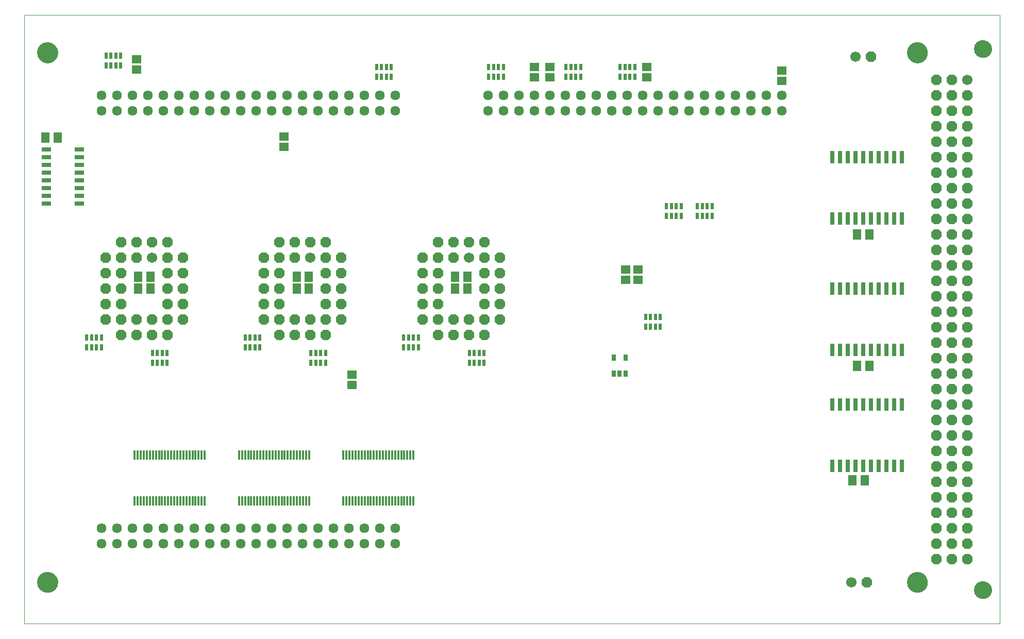
<source format=gbs>
G75*
%MOIN*%
%OFA0B0*%
%FSLAX25Y25*%
%IPPOS*%
%LPD*%
%AMOC8*
5,1,8,0,0,1.08239X$1,22.5*
%
%ADD10C,0.06700*%
%ADD11OC8,0.06700*%
%ADD12R,0.05518X0.06699*%
%ADD13R,0.05912X0.02762*%
%ADD14R,0.02362X0.03937*%
%ADD15R,0.03117X0.04298*%
%ADD16R,0.03000X0.08400*%
%ADD17R,0.01502X0.06030*%
%ADD18C,0.06337*%
%ADD19C,0.00000*%
%ADD20C,0.11400*%
%ADD21C,0.13400*%
%ADD22R,0.06306X0.05518*%
D10*
X0130833Y0311100D03*
X0233333Y0311100D03*
X0335833Y0311100D03*
X0585833Y0441100D03*
X0658333Y0426100D03*
X0583333Y0101100D03*
D11*
X0593333Y0101100D03*
X0638333Y0116100D03*
X0638333Y0126100D03*
X0638333Y0136100D03*
X0638333Y0146100D03*
X0638333Y0156100D03*
X0638333Y0166100D03*
X0638333Y0176100D03*
X0638333Y0186100D03*
X0638333Y0196100D03*
X0638333Y0206100D03*
X0638333Y0216100D03*
X0638333Y0226100D03*
X0638333Y0236100D03*
X0638333Y0246100D03*
X0638333Y0256100D03*
X0638333Y0266100D03*
X0638333Y0276100D03*
X0638333Y0286100D03*
X0638333Y0296100D03*
X0638333Y0306100D03*
X0638333Y0316100D03*
X0638333Y0326100D03*
X0638333Y0336100D03*
X0638333Y0346100D03*
X0638333Y0356100D03*
X0638333Y0366100D03*
X0638333Y0376100D03*
X0638333Y0386100D03*
X0638333Y0396100D03*
X0638333Y0406100D03*
X0638333Y0416100D03*
X0638333Y0426100D03*
X0648333Y0426100D03*
X0648333Y0416100D03*
X0658333Y0416100D03*
X0658333Y0406100D03*
X0648333Y0406100D03*
X0648333Y0396100D03*
X0658333Y0396100D03*
X0658333Y0386100D03*
X0648333Y0386100D03*
X0648333Y0376100D03*
X0658333Y0376100D03*
X0658333Y0366100D03*
X0648333Y0366100D03*
X0648333Y0356100D03*
X0658333Y0356100D03*
X0658333Y0346100D03*
X0648333Y0346100D03*
X0648333Y0336100D03*
X0648333Y0326100D03*
X0658333Y0326100D03*
X0658333Y0336100D03*
X0658333Y0316100D03*
X0648333Y0316100D03*
X0648333Y0306100D03*
X0658333Y0306100D03*
X0658333Y0296100D03*
X0648333Y0296100D03*
X0648333Y0286100D03*
X0658333Y0286100D03*
X0658333Y0276100D03*
X0648333Y0276100D03*
X0648333Y0266100D03*
X0658333Y0266100D03*
X0658333Y0256100D03*
X0648333Y0256100D03*
X0648333Y0246100D03*
X0658333Y0246100D03*
X0658333Y0236100D03*
X0648333Y0236100D03*
X0648333Y0226100D03*
X0658333Y0226100D03*
X0658333Y0216100D03*
X0648333Y0216100D03*
X0648333Y0206100D03*
X0658333Y0206100D03*
X0658333Y0196100D03*
X0648333Y0196100D03*
X0648333Y0186100D03*
X0658333Y0186100D03*
X0658333Y0176100D03*
X0648333Y0176100D03*
X0648333Y0166100D03*
X0658333Y0166100D03*
X0658333Y0156100D03*
X0648333Y0156100D03*
X0648333Y0146100D03*
X0648333Y0136100D03*
X0658333Y0136100D03*
X0658333Y0146100D03*
X0658333Y0126100D03*
X0648333Y0126100D03*
X0648333Y0116100D03*
X0658333Y0116100D03*
X0355833Y0271100D03*
X0355833Y0281100D03*
X0345833Y0281100D03*
X0345833Y0271100D03*
X0335833Y0271100D03*
X0325833Y0271100D03*
X0315833Y0271100D03*
X0305833Y0271100D03*
X0305833Y0281100D03*
X0315833Y0281100D03*
X0315833Y0291100D03*
X0305833Y0291100D03*
X0305833Y0301100D03*
X0315833Y0301100D03*
X0315833Y0311100D03*
X0305833Y0311100D03*
X0315833Y0321100D03*
X0325833Y0321100D03*
X0325833Y0311100D03*
X0335833Y0321100D03*
X0345833Y0321100D03*
X0345833Y0311100D03*
X0345833Y0301100D03*
X0345833Y0291100D03*
X0355833Y0291100D03*
X0355833Y0301100D03*
X0355833Y0311100D03*
X0345833Y0261100D03*
X0335833Y0261100D03*
X0325833Y0261100D03*
X0315833Y0261100D03*
X0253333Y0271100D03*
X0243333Y0271100D03*
X0243333Y0281100D03*
X0253333Y0281100D03*
X0253333Y0291100D03*
X0243333Y0291100D03*
X0243333Y0301100D03*
X0253333Y0301100D03*
X0253333Y0311100D03*
X0243333Y0311100D03*
X0243333Y0321100D03*
X0233333Y0321100D03*
X0223333Y0321100D03*
X0213333Y0321100D03*
X0213333Y0311100D03*
X0223333Y0311100D03*
X0213333Y0301100D03*
X0203333Y0301100D03*
X0203333Y0291100D03*
X0203333Y0281100D03*
X0203333Y0271100D03*
X0213333Y0271100D03*
X0213333Y0281100D03*
X0223333Y0271100D03*
X0233333Y0271100D03*
X0233333Y0261100D03*
X0223333Y0261100D03*
X0213333Y0261100D03*
X0243333Y0261100D03*
X0213333Y0291100D03*
X0203333Y0311100D03*
X0150833Y0311100D03*
X0140833Y0311100D03*
X0140833Y0301100D03*
X0140833Y0291100D03*
X0140833Y0281100D03*
X0140833Y0271100D03*
X0130833Y0271100D03*
X0120833Y0271100D03*
X0110833Y0271100D03*
X0100833Y0271100D03*
X0100833Y0281100D03*
X0110833Y0281100D03*
X0110833Y0291100D03*
X0100833Y0291100D03*
X0100833Y0301100D03*
X0110833Y0301100D03*
X0110833Y0311100D03*
X0100833Y0311100D03*
X0110833Y0321100D03*
X0120833Y0321100D03*
X0130833Y0321100D03*
X0140833Y0321100D03*
X0120833Y0311100D03*
X0150833Y0301100D03*
X0150833Y0291100D03*
X0150833Y0281100D03*
X0150833Y0271100D03*
X0140833Y0261100D03*
X0130833Y0261100D03*
X0120833Y0261100D03*
X0110833Y0261100D03*
X0595833Y0441100D03*
D12*
X0594770Y0326100D03*
X0586896Y0326100D03*
X0586896Y0241100D03*
X0594770Y0241100D03*
X0591770Y0167100D03*
X0583896Y0167100D03*
X0334770Y0291100D03*
X0326896Y0291100D03*
X0326896Y0298600D03*
X0334770Y0298600D03*
X0232270Y0298600D03*
X0224396Y0298600D03*
X0224396Y0291100D03*
X0232270Y0291100D03*
X0129770Y0291100D03*
X0121896Y0291100D03*
X0121896Y0298600D03*
X0129770Y0298600D03*
X0069770Y0388600D03*
X0061896Y0388600D03*
D13*
X0062644Y0381100D03*
X0062644Y0376100D03*
X0062644Y0371100D03*
X0062644Y0366100D03*
X0062644Y0361100D03*
X0062644Y0356100D03*
X0062644Y0351100D03*
X0062644Y0346100D03*
X0084022Y0346100D03*
X0084022Y0351100D03*
X0084022Y0356100D03*
X0084022Y0361100D03*
X0084022Y0366100D03*
X0084022Y0371100D03*
X0084022Y0376100D03*
X0084022Y0381100D03*
D14*
X0101109Y0435450D03*
X0104259Y0435450D03*
X0107408Y0435450D03*
X0110558Y0435450D03*
X0110558Y0441750D03*
X0107408Y0441750D03*
X0104259Y0441750D03*
X0101109Y0441750D03*
X0276109Y0434250D03*
X0279259Y0434250D03*
X0282408Y0434250D03*
X0285558Y0434250D03*
X0285558Y0427950D03*
X0282408Y0427950D03*
X0279259Y0427950D03*
X0276109Y0427950D03*
X0348609Y0427950D03*
X0351759Y0427950D03*
X0354908Y0427950D03*
X0358058Y0427950D03*
X0358058Y0434250D03*
X0354908Y0434250D03*
X0351759Y0434250D03*
X0348609Y0434250D03*
X0398609Y0434250D03*
X0401759Y0434250D03*
X0404908Y0434250D03*
X0408058Y0434250D03*
X0408058Y0427950D03*
X0404908Y0427950D03*
X0401759Y0427950D03*
X0398609Y0427950D03*
X0433609Y0427950D03*
X0436759Y0427950D03*
X0439908Y0427950D03*
X0443058Y0427950D03*
X0443058Y0434250D03*
X0439908Y0434250D03*
X0436759Y0434250D03*
X0433609Y0434250D03*
X0463609Y0344250D03*
X0466759Y0344250D03*
X0469908Y0344250D03*
X0473058Y0344250D03*
X0473058Y0337950D03*
X0469908Y0337950D03*
X0466759Y0337950D03*
X0463609Y0337950D03*
X0483609Y0337950D03*
X0486759Y0337950D03*
X0489908Y0337950D03*
X0493058Y0337950D03*
X0493058Y0344250D03*
X0489908Y0344250D03*
X0486759Y0344250D03*
X0483609Y0344250D03*
X0459558Y0272750D03*
X0456408Y0272750D03*
X0453259Y0272750D03*
X0450109Y0272750D03*
X0450109Y0266450D03*
X0453259Y0266450D03*
X0456408Y0266450D03*
X0459558Y0266450D03*
X0345558Y0249250D03*
X0342408Y0249250D03*
X0339259Y0249250D03*
X0336109Y0249250D03*
X0336109Y0242950D03*
X0339259Y0242950D03*
X0342408Y0242950D03*
X0345558Y0242950D03*
X0303058Y0252950D03*
X0299908Y0252950D03*
X0296759Y0252950D03*
X0293609Y0252950D03*
X0293609Y0259250D03*
X0296759Y0259250D03*
X0299908Y0259250D03*
X0303058Y0259250D03*
X0243058Y0249250D03*
X0239908Y0249250D03*
X0236759Y0249250D03*
X0233609Y0249250D03*
X0233609Y0242950D03*
X0236759Y0242950D03*
X0239908Y0242950D03*
X0243058Y0242950D03*
X0200558Y0252950D03*
X0197408Y0252950D03*
X0194259Y0252950D03*
X0191109Y0252950D03*
X0191109Y0259250D03*
X0194259Y0259250D03*
X0197408Y0259250D03*
X0200558Y0259250D03*
X0140558Y0249250D03*
X0137408Y0249250D03*
X0134259Y0249250D03*
X0131109Y0249250D03*
X0131109Y0242950D03*
X0134259Y0242950D03*
X0137408Y0242950D03*
X0140558Y0242950D03*
X0098058Y0252950D03*
X0094908Y0252950D03*
X0091759Y0252950D03*
X0088609Y0252950D03*
X0088609Y0259250D03*
X0091759Y0259250D03*
X0094908Y0259250D03*
X0098058Y0259250D03*
D15*
X0429593Y0246218D03*
X0437073Y0246218D03*
X0437073Y0236021D03*
X0433333Y0236021D03*
X0429593Y0236021D03*
D16*
X0570833Y0251300D03*
X0575833Y0251300D03*
X0580833Y0251300D03*
X0585833Y0251300D03*
X0590833Y0251300D03*
X0595833Y0251300D03*
X0600833Y0251300D03*
X0605833Y0251300D03*
X0610833Y0251300D03*
X0615833Y0251300D03*
X0615833Y0215900D03*
X0610833Y0215900D03*
X0605833Y0215900D03*
X0600833Y0215900D03*
X0595833Y0215900D03*
X0590833Y0215900D03*
X0585833Y0215900D03*
X0580833Y0215900D03*
X0575833Y0215900D03*
X0570833Y0215900D03*
X0570833Y0176300D03*
X0575833Y0176300D03*
X0580833Y0176300D03*
X0585833Y0176300D03*
X0590833Y0176300D03*
X0595833Y0176300D03*
X0600833Y0176300D03*
X0605833Y0176300D03*
X0610833Y0176300D03*
X0615833Y0176300D03*
X0615833Y0290900D03*
X0610833Y0290900D03*
X0605833Y0290900D03*
X0600833Y0290900D03*
X0595833Y0290900D03*
X0590833Y0290900D03*
X0585833Y0290900D03*
X0580833Y0290900D03*
X0575833Y0290900D03*
X0570833Y0290900D03*
X0570833Y0336300D03*
X0575833Y0336300D03*
X0580833Y0336300D03*
X0585833Y0336300D03*
X0590833Y0336300D03*
X0595833Y0336300D03*
X0600833Y0336300D03*
X0605833Y0336300D03*
X0610833Y0336300D03*
X0615833Y0336300D03*
X0615833Y0375900D03*
X0610833Y0375900D03*
X0605833Y0375900D03*
X0600833Y0375900D03*
X0595833Y0375900D03*
X0590833Y0375900D03*
X0585833Y0375900D03*
X0580833Y0375900D03*
X0575833Y0375900D03*
X0570833Y0375900D03*
D17*
X0299946Y0183387D03*
X0297978Y0183387D03*
X0296009Y0183387D03*
X0294041Y0183387D03*
X0292072Y0183387D03*
X0290104Y0183387D03*
X0288135Y0183387D03*
X0286167Y0183387D03*
X0284198Y0183387D03*
X0282230Y0183387D03*
X0280261Y0183387D03*
X0278293Y0183387D03*
X0276324Y0183387D03*
X0274356Y0183387D03*
X0272387Y0183387D03*
X0270419Y0183387D03*
X0268450Y0183387D03*
X0266482Y0183387D03*
X0264513Y0183387D03*
X0262545Y0183387D03*
X0260576Y0183387D03*
X0258608Y0183387D03*
X0256639Y0183387D03*
X0254671Y0183387D03*
X0232446Y0183387D03*
X0230478Y0183387D03*
X0228509Y0183387D03*
X0226541Y0183387D03*
X0224572Y0183387D03*
X0222604Y0183387D03*
X0220635Y0183387D03*
X0218667Y0183387D03*
X0216698Y0183387D03*
X0214730Y0183387D03*
X0212761Y0183387D03*
X0210793Y0183387D03*
X0208824Y0183387D03*
X0206856Y0183387D03*
X0204887Y0183387D03*
X0202919Y0183387D03*
X0200950Y0183387D03*
X0198982Y0183387D03*
X0197013Y0183387D03*
X0195045Y0183387D03*
X0193076Y0183387D03*
X0191108Y0183387D03*
X0189139Y0183387D03*
X0187171Y0183387D03*
X0164946Y0183387D03*
X0162978Y0183387D03*
X0161009Y0183387D03*
X0159041Y0183387D03*
X0157072Y0183387D03*
X0155104Y0183387D03*
X0153135Y0183387D03*
X0151167Y0183387D03*
X0149198Y0183387D03*
X0147230Y0183387D03*
X0145261Y0183387D03*
X0143293Y0183387D03*
X0141324Y0183387D03*
X0139356Y0183387D03*
X0137387Y0183387D03*
X0135419Y0183387D03*
X0133450Y0183387D03*
X0131482Y0183387D03*
X0129513Y0183387D03*
X0127545Y0183387D03*
X0125576Y0183387D03*
X0123608Y0183387D03*
X0121639Y0183387D03*
X0119671Y0183387D03*
X0119671Y0153663D03*
X0121639Y0153663D03*
X0123608Y0153663D03*
X0125576Y0153663D03*
X0127545Y0153663D03*
X0129513Y0153663D03*
X0131482Y0153663D03*
X0133450Y0153663D03*
X0135419Y0153663D03*
X0137387Y0153663D03*
X0139356Y0153663D03*
X0141324Y0153663D03*
X0143293Y0153663D03*
X0145261Y0153663D03*
X0147230Y0153663D03*
X0149198Y0153663D03*
X0151167Y0153663D03*
X0153135Y0153663D03*
X0155104Y0153663D03*
X0157072Y0153663D03*
X0159041Y0153663D03*
X0161009Y0153663D03*
X0162978Y0153663D03*
X0164946Y0153663D03*
X0187171Y0153663D03*
X0189139Y0153663D03*
X0191108Y0153663D03*
X0193076Y0153663D03*
X0195045Y0153663D03*
X0197013Y0153663D03*
X0198982Y0153663D03*
X0200950Y0153663D03*
X0202919Y0153663D03*
X0204887Y0153663D03*
X0206856Y0153663D03*
X0208824Y0153663D03*
X0210793Y0153663D03*
X0212761Y0153663D03*
X0214730Y0153663D03*
X0216698Y0153663D03*
X0218667Y0153663D03*
X0220635Y0153663D03*
X0222604Y0153663D03*
X0224572Y0153663D03*
X0226541Y0153663D03*
X0228509Y0153663D03*
X0230478Y0153663D03*
X0232446Y0153663D03*
X0254671Y0153663D03*
X0256639Y0153663D03*
X0258608Y0153663D03*
X0260576Y0153663D03*
X0262545Y0153663D03*
X0264513Y0153663D03*
X0266482Y0153663D03*
X0268450Y0153663D03*
X0270419Y0153663D03*
X0272387Y0153663D03*
X0274356Y0153663D03*
X0276324Y0153663D03*
X0278293Y0153663D03*
X0280261Y0153663D03*
X0282230Y0153663D03*
X0284198Y0153663D03*
X0286167Y0153663D03*
X0288135Y0153663D03*
X0290104Y0153663D03*
X0292072Y0153663D03*
X0294041Y0153663D03*
X0296009Y0153663D03*
X0297978Y0153663D03*
X0299946Y0153663D03*
D18*
X0288333Y0136100D03*
X0278333Y0136100D03*
X0268333Y0136100D03*
X0258333Y0136100D03*
X0248333Y0136100D03*
X0238333Y0136100D03*
X0228333Y0136100D03*
X0218333Y0136100D03*
X0208333Y0136100D03*
X0198333Y0136100D03*
X0188333Y0136100D03*
X0178333Y0136100D03*
X0168333Y0136100D03*
X0158333Y0136100D03*
X0148333Y0136100D03*
X0138333Y0136100D03*
X0128333Y0136100D03*
X0118333Y0136100D03*
X0108333Y0136100D03*
X0098333Y0136100D03*
X0098333Y0126100D03*
X0108333Y0126100D03*
X0118333Y0126100D03*
X0128333Y0126100D03*
X0138333Y0126100D03*
X0148333Y0126100D03*
X0158333Y0126100D03*
X0168333Y0126100D03*
X0178333Y0126100D03*
X0188333Y0126100D03*
X0198333Y0126100D03*
X0208333Y0126100D03*
X0218333Y0126100D03*
X0228333Y0126100D03*
X0238333Y0126100D03*
X0248333Y0126100D03*
X0258333Y0126100D03*
X0268333Y0126100D03*
X0278333Y0126100D03*
X0288333Y0126100D03*
X0288333Y0406100D03*
X0278333Y0406100D03*
X0268333Y0406100D03*
X0258333Y0406100D03*
X0248333Y0406100D03*
X0238333Y0406100D03*
X0228333Y0406100D03*
X0218333Y0406100D03*
X0208333Y0406100D03*
X0198333Y0406100D03*
X0188333Y0406100D03*
X0178333Y0406100D03*
X0168333Y0406100D03*
X0158333Y0406100D03*
X0148333Y0406100D03*
X0138333Y0406100D03*
X0128333Y0406100D03*
X0118333Y0406100D03*
X0108333Y0406100D03*
X0098333Y0406100D03*
X0098333Y0416100D03*
X0108333Y0416100D03*
X0118333Y0416100D03*
X0128333Y0416100D03*
X0138333Y0416100D03*
X0148333Y0416100D03*
X0158333Y0416100D03*
X0168333Y0416100D03*
X0178333Y0416100D03*
X0188333Y0416100D03*
X0198333Y0416100D03*
X0208333Y0416100D03*
X0218333Y0416100D03*
X0228333Y0416100D03*
X0238333Y0416100D03*
X0248333Y0416100D03*
X0258333Y0416100D03*
X0268333Y0416100D03*
X0278333Y0416100D03*
X0288333Y0416100D03*
X0348333Y0416100D03*
X0358333Y0416100D03*
X0368333Y0416100D03*
X0368333Y0406100D03*
X0358333Y0406100D03*
X0348333Y0406100D03*
X0378333Y0406100D03*
X0388333Y0406100D03*
X0388333Y0416100D03*
X0378333Y0416100D03*
X0398333Y0416100D03*
X0408333Y0416100D03*
X0418333Y0416100D03*
X0418333Y0406100D03*
X0408333Y0406100D03*
X0398333Y0406100D03*
X0428333Y0406100D03*
X0438333Y0406100D03*
X0438333Y0416100D03*
X0428333Y0416100D03*
X0448333Y0416100D03*
X0458333Y0416100D03*
X0468333Y0416100D03*
X0468333Y0406100D03*
X0458333Y0406100D03*
X0448333Y0406100D03*
X0478333Y0406100D03*
X0488333Y0406100D03*
X0488333Y0416100D03*
X0478333Y0416100D03*
X0498333Y0416100D03*
X0508333Y0416100D03*
X0508333Y0406100D03*
X0498333Y0406100D03*
X0518333Y0406100D03*
X0528333Y0406100D03*
X0538333Y0406100D03*
X0538333Y0416100D03*
X0528333Y0416100D03*
X0518333Y0416100D03*
D19*
X0048333Y0468000D02*
X0048333Y0074200D01*
X0679333Y0074200D01*
X0679333Y0468000D01*
X0048333Y0468000D01*
X0056833Y0443600D02*
X0056835Y0443761D01*
X0056841Y0443921D01*
X0056851Y0444082D01*
X0056865Y0444242D01*
X0056883Y0444402D01*
X0056904Y0444561D01*
X0056930Y0444720D01*
X0056960Y0444878D01*
X0056993Y0445035D01*
X0057031Y0445192D01*
X0057072Y0445347D01*
X0057117Y0445501D01*
X0057166Y0445654D01*
X0057219Y0445806D01*
X0057275Y0445957D01*
X0057336Y0446106D01*
X0057399Y0446254D01*
X0057467Y0446400D01*
X0057538Y0446544D01*
X0057612Y0446686D01*
X0057690Y0446827D01*
X0057772Y0446965D01*
X0057857Y0447102D01*
X0057945Y0447236D01*
X0058037Y0447368D01*
X0058132Y0447498D01*
X0058230Y0447626D01*
X0058331Y0447751D01*
X0058435Y0447873D01*
X0058542Y0447993D01*
X0058652Y0448110D01*
X0058765Y0448225D01*
X0058881Y0448336D01*
X0059000Y0448445D01*
X0059121Y0448550D01*
X0059245Y0448653D01*
X0059371Y0448753D01*
X0059499Y0448849D01*
X0059630Y0448942D01*
X0059764Y0449032D01*
X0059899Y0449119D01*
X0060037Y0449202D01*
X0060176Y0449282D01*
X0060318Y0449358D01*
X0060461Y0449431D01*
X0060606Y0449500D01*
X0060753Y0449566D01*
X0060901Y0449628D01*
X0061051Y0449686D01*
X0061202Y0449741D01*
X0061355Y0449792D01*
X0061509Y0449839D01*
X0061664Y0449882D01*
X0061820Y0449921D01*
X0061976Y0449957D01*
X0062134Y0449988D01*
X0062292Y0450016D01*
X0062451Y0450040D01*
X0062611Y0450060D01*
X0062771Y0450076D01*
X0062931Y0450088D01*
X0063092Y0450096D01*
X0063253Y0450100D01*
X0063413Y0450100D01*
X0063574Y0450096D01*
X0063735Y0450088D01*
X0063895Y0450076D01*
X0064055Y0450060D01*
X0064215Y0450040D01*
X0064374Y0450016D01*
X0064532Y0449988D01*
X0064690Y0449957D01*
X0064846Y0449921D01*
X0065002Y0449882D01*
X0065157Y0449839D01*
X0065311Y0449792D01*
X0065464Y0449741D01*
X0065615Y0449686D01*
X0065765Y0449628D01*
X0065913Y0449566D01*
X0066060Y0449500D01*
X0066205Y0449431D01*
X0066348Y0449358D01*
X0066490Y0449282D01*
X0066629Y0449202D01*
X0066767Y0449119D01*
X0066902Y0449032D01*
X0067036Y0448942D01*
X0067167Y0448849D01*
X0067295Y0448753D01*
X0067421Y0448653D01*
X0067545Y0448550D01*
X0067666Y0448445D01*
X0067785Y0448336D01*
X0067901Y0448225D01*
X0068014Y0448110D01*
X0068124Y0447993D01*
X0068231Y0447873D01*
X0068335Y0447751D01*
X0068436Y0447626D01*
X0068534Y0447498D01*
X0068629Y0447368D01*
X0068721Y0447236D01*
X0068809Y0447102D01*
X0068894Y0446965D01*
X0068976Y0446827D01*
X0069054Y0446686D01*
X0069128Y0446544D01*
X0069199Y0446400D01*
X0069267Y0446254D01*
X0069330Y0446106D01*
X0069391Y0445957D01*
X0069447Y0445806D01*
X0069500Y0445654D01*
X0069549Y0445501D01*
X0069594Y0445347D01*
X0069635Y0445192D01*
X0069673Y0445035D01*
X0069706Y0444878D01*
X0069736Y0444720D01*
X0069762Y0444561D01*
X0069783Y0444402D01*
X0069801Y0444242D01*
X0069815Y0444082D01*
X0069825Y0443921D01*
X0069831Y0443761D01*
X0069833Y0443600D01*
X0069831Y0443439D01*
X0069825Y0443279D01*
X0069815Y0443118D01*
X0069801Y0442958D01*
X0069783Y0442798D01*
X0069762Y0442639D01*
X0069736Y0442480D01*
X0069706Y0442322D01*
X0069673Y0442165D01*
X0069635Y0442008D01*
X0069594Y0441853D01*
X0069549Y0441699D01*
X0069500Y0441546D01*
X0069447Y0441394D01*
X0069391Y0441243D01*
X0069330Y0441094D01*
X0069267Y0440946D01*
X0069199Y0440800D01*
X0069128Y0440656D01*
X0069054Y0440514D01*
X0068976Y0440373D01*
X0068894Y0440235D01*
X0068809Y0440098D01*
X0068721Y0439964D01*
X0068629Y0439832D01*
X0068534Y0439702D01*
X0068436Y0439574D01*
X0068335Y0439449D01*
X0068231Y0439327D01*
X0068124Y0439207D01*
X0068014Y0439090D01*
X0067901Y0438975D01*
X0067785Y0438864D01*
X0067666Y0438755D01*
X0067545Y0438650D01*
X0067421Y0438547D01*
X0067295Y0438447D01*
X0067167Y0438351D01*
X0067036Y0438258D01*
X0066902Y0438168D01*
X0066767Y0438081D01*
X0066629Y0437998D01*
X0066490Y0437918D01*
X0066348Y0437842D01*
X0066205Y0437769D01*
X0066060Y0437700D01*
X0065913Y0437634D01*
X0065765Y0437572D01*
X0065615Y0437514D01*
X0065464Y0437459D01*
X0065311Y0437408D01*
X0065157Y0437361D01*
X0065002Y0437318D01*
X0064846Y0437279D01*
X0064690Y0437243D01*
X0064532Y0437212D01*
X0064374Y0437184D01*
X0064215Y0437160D01*
X0064055Y0437140D01*
X0063895Y0437124D01*
X0063735Y0437112D01*
X0063574Y0437104D01*
X0063413Y0437100D01*
X0063253Y0437100D01*
X0063092Y0437104D01*
X0062931Y0437112D01*
X0062771Y0437124D01*
X0062611Y0437140D01*
X0062451Y0437160D01*
X0062292Y0437184D01*
X0062134Y0437212D01*
X0061976Y0437243D01*
X0061820Y0437279D01*
X0061664Y0437318D01*
X0061509Y0437361D01*
X0061355Y0437408D01*
X0061202Y0437459D01*
X0061051Y0437514D01*
X0060901Y0437572D01*
X0060753Y0437634D01*
X0060606Y0437700D01*
X0060461Y0437769D01*
X0060318Y0437842D01*
X0060176Y0437918D01*
X0060037Y0437998D01*
X0059899Y0438081D01*
X0059764Y0438168D01*
X0059630Y0438258D01*
X0059499Y0438351D01*
X0059371Y0438447D01*
X0059245Y0438547D01*
X0059121Y0438650D01*
X0059000Y0438755D01*
X0058881Y0438864D01*
X0058765Y0438975D01*
X0058652Y0439090D01*
X0058542Y0439207D01*
X0058435Y0439327D01*
X0058331Y0439449D01*
X0058230Y0439574D01*
X0058132Y0439702D01*
X0058037Y0439832D01*
X0057945Y0439964D01*
X0057857Y0440098D01*
X0057772Y0440235D01*
X0057690Y0440373D01*
X0057612Y0440514D01*
X0057538Y0440656D01*
X0057467Y0440800D01*
X0057399Y0440946D01*
X0057336Y0441094D01*
X0057275Y0441243D01*
X0057219Y0441394D01*
X0057166Y0441546D01*
X0057117Y0441699D01*
X0057072Y0441853D01*
X0057031Y0442008D01*
X0056993Y0442165D01*
X0056960Y0442322D01*
X0056930Y0442480D01*
X0056904Y0442639D01*
X0056883Y0442798D01*
X0056865Y0442958D01*
X0056851Y0443118D01*
X0056841Y0443279D01*
X0056835Y0443439D01*
X0056833Y0443600D01*
X0056833Y0101100D02*
X0056835Y0101261D01*
X0056841Y0101421D01*
X0056851Y0101582D01*
X0056865Y0101742D01*
X0056883Y0101902D01*
X0056904Y0102061D01*
X0056930Y0102220D01*
X0056960Y0102378D01*
X0056993Y0102535D01*
X0057031Y0102692D01*
X0057072Y0102847D01*
X0057117Y0103001D01*
X0057166Y0103154D01*
X0057219Y0103306D01*
X0057275Y0103457D01*
X0057336Y0103606D01*
X0057399Y0103754D01*
X0057467Y0103900D01*
X0057538Y0104044D01*
X0057612Y0104186D01*
X0057690Y0104327D01*
X0057772Y0104465D01*
X0057857Y0104602D01*
X0057945Y0104736D01*
X0058037Y0104868D01*
X0058132Y0104998D01*
X0058230Y0105126D01*
X0058331Y0105251D01*
X0058435Y0105373D01*
X0058542Y0105493D01*
X0058652Y0105610D01*
X0058765Y0105725D01*
X0058881Y0105836D01*
X0059000Y0105945D01*
X0059121Y0106050D01*
X0059245Y0106153D01*
X0059371Y0106253D01*
X0059499Y0106349D01*
X0059630Y0106442D01*
X0059764Y0106532D01*
X0059899Y0106619D01*
X0060037Y0106702D01*
X0060176Y0106782D01*
X0060318Y0106858D01*
X0060461Y0106931D01*
X0060606Y0107000D01*
X0060753Y0107066D01*
X0060901Y0107128D01*
X0061051Y0107186D01*
X0061202Y0107241D01*
X0061355Y0107292D01*
X0061509Y0107339D01*
X0061664Y0107382D01*
X0061820Y0107421D01*
X0061976Y0107457D01*
X0062134Y0107488D01*
X0062292Y0107516D01*
X0062451Y0107540D01*
X0062611Y0107560D01*
X0062771Y0107576D01*
X0062931Y0107588D01*
X0063092Y0107596D01*
X0063253Y0107600D01*
X0063413Y0107600D01*
X0063574Y0107596D01*
X0063735Y0107588D01*
X0063895Y0107576D01*
X0064055Y0107560D01*
X0064215Y0107540D01*
X0064374Y0107516D01*
X0064532Y0107488D01*
X0064690Y0107457D01*
X0064846Y0107421D01*
X0065002Y0107382D01*
X0065157Y0107339D01*
X0065311Y0107292D01*
X0065464Y0107241D01*
X0065615Y0107186D01*
X0065765Y0107128D01*
X0065913Y0107066D01*
X0066060Y0107000D01*
X0066205Y0106931D01*
X0066348Y0106858D01*
X0066490Y0106782D01*
X0066629Y0106702D01*
X0066767Y0106619D01*
X0066902Y0106532D01*
X0067036Y0106442D01*
X0067167Y0106349D01*
X0067295Y0106253D01*
X0067421Y0106153D01*
X0067545Y0106050D01*
X0067666Y0105945D01*
X0067785Y0105836D01*
X0067901Y0105725D01*
X0068014Y0105610D01*
X0068124Y0105493D01*
X0068231Y0105373D01*
X0068335Y0105251D01*
X0068436Y0105126D01*
X0068534Y0104998D01*
X0068629Y0104868D01*
X0068721Y0104736D01*
X0068809Y0104602D01*
X0068894Y0104465D01*
X0068976Y0104327D01*
X0069054Y0104186D01*
X0069128Y0104044D01*
X0069199Y0103900D01*
X0069267Y0103754D01*
X0069330Y0103606D01*
X0069391Y0103457D01*
X0069447Y0103306D01*
X0069500Y0103154D01*
X0069549Y0103001D01*
X0069594Y0102847D01*
X0069635Y0102692D01*
X0069673Y0102535D01*
X0069706Y0102378D01*
X0069736Y0102220D01*
X0069762Y0102061D01*
X0069783Y0101902D01*
X0069801Y0101742D01*
X0069815Y0101582D01*
X0069825Y0101421D01*
X0069831Y0101261D01*
X0069833Y0101100D01*
X0069831Y0100939D01*
X0069825Y0100779D01*
X0069815Y0100618D01*
X0069801Y0100458D01*
X0069783Y0100298D01*
X0069762Y0100139D01*
X0069736Y0099980D01*
X0069706Y0099822D01*
X0069673Y0099665D01*
X0069635Y0099508D01*
X0069594Y0099353D01*
X0069549Y0099199D01*
X0069500Y0099046D01*
X0069447Y0098894D01*
X0069391Y0098743D01*
X0069330Y0098594D01*
X0069267Y0098446D01*
X0069199Y0098300D01*
X0069128Y0098156D01*
X0069054Y0098014D01*
X0068976Y0097873D01*
X0068894Y0097735D01*
X0068809Y0097598D01*
X0068721Y0097464D01*
X0068629Y0097332D01*
X0068534Y0097202D01*
X0068436Y0097074D01*
X0068335Y0096949D01*
X0068231Y0096827D01*
X0068124Y0096707D01*
X0068014Y0096590D01*
X0067901Y0096475D01*
X0067785Y0096364D01*
X0067666Y0096255D01*
X0067545Y0096150D01*
X0067421Y0096047D01*
X0067295Y0095947D01*
X0067167Y0095851D01*
X0067036Y0095758D01*
X0066902Y0095668D01*
X0066767Y0095581D01*
X0066629Y0095498D01*
X0066490Y0095418D01*
X0066348Y0095342D01*
X0066205Y0095269D01*
X0066060Y0095200D01*
X0065913Y0095134D01*
X0065765Y0095072D01*
X0065615Y0095014D01*
X0065464Y0094959D01*
X0065311Y0094908D01*
X0065157Y0094861D01*
X0065002Y0094818D01*
X0064846Y0094779D01*
X0064690Y0094743D01*
X0064532Y0094712D01*
X0064374Y0094684D01*
X0064215Y0094660D01*
X0064055Y0094640D01*
X0063895Y0094624D01*
X0063735Y0094612D01*
X0063574Y0094604D01*
X0063413Y0094600D01*
X0063253Y0094600D01*
X0063092Y0094604D01*
X0062931Y0094612D01*
X0062771Y0094624D01*
X0062611Y0094640D01*
X0062451Y0094660D01*
X0062292Y0094684D01*
X0062134Y0094712D01*
X0061976Y0094743D01*
X0061820Y0094779D01*
X0061664Y0094818D01*
X0061509Y0094861D01*
X0061355Y0094908D01*
X0061202Y0094959D01*
X0061051Y0095014D01*
X0060901Y0095072D01*
X0060753Y0095134D01*
X0060606Y0095200D01*
X0060461Y0095269D01*
X0060318Y0095342D01*
X0060176Y0095418D01*
X0060037Y0095498D01*
X0059899Y0095581D01*
X0059764Y0095668D01*
X0059630Y0095758D01*
X0059499Y0095851D01*
X0059371Y0095947D01*
X0059245Y0096047D01*
X0059121Y0096150D01*
X0059000Y0096255D01*
X0058881Y0096364D01*
X0058765Y0096475D01*
X0058652Y0096590D01*
X0058542Y0096707D01*
X0058435Y0096827D01*
X0058331Y0096949D01*
X0058230Y0097074D01*
X0058132Y0097202D01*
X0058037Y0097332D01*
X0057945Y0097464D01*
X0057857Y0097598D01*
X0057772Y0097735D01*
X0057690Y0097873D01*
X0057612Y0098014D01*
X0057538Y0098156D01*
X0057467Y0098300D01*
X0057399Y0098446D01*
X0057336Y0098594D01*
X0057275Y0098743D01*
X0057219Y0098894D01*
X0057166Y0099046D01*
X0057117Y0099199D01*
X0057072Y0099353D01*
X0057031Y0099508D01*
X0056993Y0099665D01*
X0056960Y0099822D01*
X0056930Y0099980D01*
X0056904Y0100139D01*
X0056883Y0100298D01*
X0056865Y0100458D01*
X0056851Y0100618D01*
X0056841Y0100779D01*
X0056835Y0100939D01*
X0056833Y0101100D01*
X0619333Y0101100D02*
X0619335Y0101261D01*
X0619341Y0101421D01*
X0619351Y0101582D01*
X0619365Y0101742D01*
X0619383Y0101902D01*
X0619404Y0102061D01*
X0619430Y0102220D01*
X0619460Y0102378D01*
X0619493Y0102535D01*
X0619531Y0102692D01*
X0619572Y0102847D01*
X0619617Y0103001D01*
X0619666Y0103154D01*
X0619719Y0103306D01*
X0619775Y0103457D01*
X0619836Y0103606D01*
X0619899Y0103754D01*
X0619967Y0103900D01*
X0620038Y0104044D01*
X0620112Y0104186D01*
X0620190Y0104327D01*
X0620272Y0104465D01*
X0620357Y0104602D01*
X0620445Y0104736D01*
X0620537Y0104868D01*
X0620632Y0104998D01*
X0620730Y0105126D01*
X0620831Y0105251D01*
X0620935Y0105373D01*
X0621042Y0105493D01*
X0621152Y0105610D01*
X0621265Y0105725D01*
X0621381Y0105836D01*
X0621500Y0105945D01*
X0621621Y0106050D01*
X0621745Y0106153D01*
X0621871Y0106253D01*
X0621999Y0106349D01*
X0622130Y0106442D01*
X0622264Y0106532D01*
X0622399Y0106619D01*
X0622537Y0106702D01*
X0622676Y0106782D01*
X0622818Y0106858D01*
X0622961Y0106931D01*
X0623106Y0107000D01*
X0623253Y0107066D01*
X0623401Y0107128D01*
X0623551Y0107186D01*
X0623702Y0107241D01*
X0623855Y0107292D01*
X0624009Y0107339D01*
X0624164Y0107382D01*
X0624320Y0107421D01*
X0624476Y0107457D01*
X0624634Y0107488D01*
X0624792Y0107516D01*
X0624951Y0107540D01*
X0625111Y0107560D01*
X0625271Y0107576D01*
X0625431Y0107588D01*
X0625592Y0107596D01*
X0625753Y0107600D01*
X0625913Y0107600D01*
X0626074Y0107596D01*
X0626235Y0107588D01*
X0626395Y0107576D01*
X0626555Y0107560D01*
X0626715Y0107540D01*
X0626874Y0107516D01*
X0627032Y0107488D01*
X0627190Y0107457D01*
X0627346Y0107421D01*
X0627502Y0107382D01*
X0627657Y0107339D01*
X0627811Y0107292D01*
X0627964Y0107241D01*
X0628115Y0107186D01*
X0628265Y0107128D01*
X0628413Y0107066D01*
X0628560Y0107000D01*
X0628705Y0106931D01*
X0628848Y0106858D01*
X0628990Y0106782D01*
X0629129Y0106702D01*
X0629267Y0106619D01*
X0629402Y0106532D01*
X0629536Y0106442D01*
X0629667Y0106349D01*
X0629795Y0106253D01*
X0629921Y0106153D01*
X0630045Y0106050D01*
X0630166Y0105945D01*
X0630285Y0105836D01*
X0630401Y0105725D01*
X0630514Y0105610D01*
X0630624Y0105493D01*
X0630731Y0105373D01*
X0630835Y0105251D01*
X0630936Y0105126D01*
X0631034Y0104998D01*
X0631129Y0104868D01*
X0631221Y0104736D01*
X0631309Y0104602D01*
X0631394Y0104465D01*
X0631476Y0104327D01*
X0631554Y0104186D01*
X0631628Y0104044D01*
X0631699Y0103900D01*
X0631767Y0103754D01*
X0631830Y0103606D01*
X0631891Y0103457D01*
X0631947Y0103306D01*
X0632000Y0103154D01*
X0632049Y0103001D01*
X0632094Y0102847D01*
X0632135Y0102692D01*
X0632173Y0102535D01*
X0632206Y0102378D01*
X0632236Y0102220D01*
X0632262Y0102061D01*
X0632283Y0101902D01*
X0632301Y0101742D01*
X0632315Y0101582D01*
X0632325Y0101421D01*
X0632331Y0101261D01*
X0632333Y0101100D01*
X0632331Y0100939D01*
X0632325Y0100779D01*
X0632315Y0100618D01*
X0632301Y0100458D01*
X0632283Y0100298D01*
X0632262Y0100139D01*
X0632236Y0099980D01*
X0632206Y0099822D01*
X0632173Y0099665D01*
X0632135Y0099508D01*
X0632094Y0099353D01*
X0632049Y0099199D01*
X0632000Y0099046D01*
X0631947Y0098894D01*
X0631891Y0098743D01*
X0631830Y0098594D01*
X0631767Y0098446D01*
X0631699Y0098300D01*
X0631628Y0098156D01*
X0631554Y0098014D01*
X0631476Y0097873D01*
X0631394Y0097735D01*
X0631309Y0097598D01*
X0631221Y0097464D01*
X0631129Y0097332D01*
X0631034Y0097202D01*
X0630936Y0097074D01*
X0630835Y0096949D01*
X0630731Y0096827D01*
X0630624Y0096707D01*
X0630514Y0096590D01*
X0630401Y0096475D01*
X0630285Y0096364D01*
X0630166Y0096255D01*
X0630045Y0096150D01*
X0629921Y0096047D01*
X0629795Y0095947D01*
X0629667Y0095851D01*
X0629536Y0095758D01*
X0629402Y0095668D01*
X0629267Y0095581D01*
X0629129Y0095498D01*
X0628990Y0095418D01*
X0628848Y0095342D01*
X0628705Y0095269D01*
X0628560Y0095200D01*
X0628413Y0095134D01*
X0628265Y0095072D01*
X0628115Y0095014D01*
X0627964Y0094959D01*
X0627811Y0094908D01*
X0627657Y0094861D01*
X0627502Y0094818D01*
X0627346Y0094779D01*
X0627190Y0094743D01*
X0627032Y0094712D01*
X0626874Y0094684D01*
X0626715Y0094660D01*
X0626555Y0094640D01*
X0626395Y0094624D01*
X0626235Y0094612D01*
X0626074Y0094604D01*
X0625913Y0094600D01*
X0625753Y0094600D01*
X0625592Y0094604D01*
X0625431Y0094612D01*
X0625271Y0094624D01*
X0625111Y0094640D01*
X0624951Y0094660D01*
X0624792Y0094684D01*
X0624634Y0094712D01*
X0624476Y0094743D01*
X0624320Y0094779D01*
X0624164Y0094818D01*
X0624009Y0094861D01*
X0623855Y0094908D01*
X0623702Y0094959D01*
X0623551Y0095014D01*
X0623401Y0095072D01*
X0623253Y0095134D01*
X0623106Y0095200D01*
X0622961Y0095269D01*
X0622818Y0095342D01*
X0622676Y0095418D01*
X0622537Y0095498D01*
X0622399Y0095581D01*
X0622264Y0095668D01*
X0622130Y0095758D01*
X0621999Y0095851D01*
X0621871Y0095947D01*
X0621745Y0096047D01*
X0621621Y0096150D01*
X0621500Y0096255D01*
X0621381Y0096364D01*
X0621265Y0096475D01*
X0621152Y0096590D01*
X0621042Y0096707D01*
X0620935Y0096827D01*
X0620831Y0096949D01*
X0620730Y0097074D01*
X0620632Y0097202D01*
X0620537Y0097332D01*
X0620445Y0097464D01*
X0620357Y0097598D01*
X0620272Y0097735D01*
X0620190Y0097873D01*
X0620112Y0098014D01*
X0620038Y0098156D01*
X0619967Y0098300D01*
X0619899Y0098446D01*
X0619836Y0098594D01*
X0619775Y0098743D01*
X0619719Y0098894D01*
X0619666Y0099046D01*
X0619617Y0099199D01*
X0619572Y0099353D01*
X0619531Y0099508D01*
X0619493Y0099665D01*
X0619460Y0099822D01*
X0619430Y0099980D01*
X0619404Y0100139D01*
X0619383Y0100298D01*
X0619365Y0100458D01*
X0619351Y0100618D01*
X0619341Y0100779D01*
X0619335Y0100939D01*
X0619333Y0101100D01*
X0662833Y0096100D02*
X0662835Y0096248D01*
X0662841Y0096396D01*
X0662851Y0096544D01*
X0662865Y0096692D01*
X0662883Y0096839D01*
X0662905Y0096986D01*
X0662931Y0097132D01*
X0662960Y0097277D01*
X0662994Y0097422D01*
X0663032Y0097565D01*
X0663073Y0097708D01*
X0663118Y0097849D01*
X0663168Y0097989D01*
X0663220Y0098127D01*
X0663277Y0098265D01*
X0663337Y0098400D01*
X0663401Y0098534D01*
X0663468Y0098666D01*
X0663539Y0098796D01*
X0663614Y0098925D01*
X0663692Y0099051D01*
X0663773Y0099175D01*
X0663857Y0099297D01*
X0663945Y0099416D01*
X0664036Y0099533D01*
X0664130Y0099648D01*
X0664228Y0099760D01*
X0664328Y0099869D01*
X0664431Y0099976D01*
X0664537Y0100080D01*
X0664645Y0100181D01*
X0664757Y0100279D01*
X0664871Y0100374D01*
X0664987Y0100465D01*
X0665106Y0100554D01*
X0665227Y0100639D01*
X0665351Y0100721D01*
X0665477Y0100800D01*
X0665604Y0100875D01*
X0665734Y0100947D01*
X0665866Y0101016D01*
X0665999Y0101080D01*
X0666134Y0101141D01*
X0666271Y0101199D01*
X0666409Y0101253D01*
X0666549Y0101303D01*
X0666690Y0101349D01*
X0666832Y0101391D01*
X0666975Y0101430D01*
X0667119Y0101464D01*
X0667265Y0101495D01*
X0667410Y0101522D01*
X0667557Y0101545D01*
X0667704Y0101564D01*
X0667852Y0101579D01*
X0667999Y0101590D01*
X0668148Y0101597D01*
X0668296Y0101600D01*
X0668444Y0101599D01*
X0668592Y0101594D01*
X0668740Y0101585D01*
X0668888Y0101572D01*
X0669036Y0101555D01*
X0669182Y0101534D01*
X0669329Y0101509D01*
X0669474Y0101480D01*
X0669619Y0101448D01*
X0669762Y0101411D01*
X0669905Y0101371D01*
X0670047Y0101326D01*
X0670187Y0101278D01*
X0670326Y0101226D01*
X0670463Y0101171D01*
X0670599Y0101111D01*
X0670734Y0101048D01*
X0670866Y0100982D01*
X0670997Y0100912D01*
X0671126Y0100838D01*
X0671252Y0100761D01*
X0671377Y0100681D01*
X0671499Y0100597D01*
X0671620Y0100510D01*
X0671737Y0100420D01*
X0671853Y0100326D01*
X0671965Y0100230D01*
X0672075Y0100131D01*
X0672183Y0100028D01*
X0672287Y0099923D01*
X0672389Y0099815D01*
X0672487Y0099704D01*
X0672583Y0099591D01*
X0672676Y0099475D01*
X0672765Y0099357D01*
X0672851Y0099236D01*
X0672934Y0099113D01*
X0673014Y0098988D01*
X0673090Y0098861D01*
X0673163Y0098731D01*
X0673232Y0098600D01*
X0673297Y0098467D01*
X0673360Y0098333D01*
X0673418Y0098196D01*
X0673473Y0098058D01*
X0673523Y0097919D01*
X0673571Y0097778D01*
X0673614Y0097637D01*
X0673654Y0097494D01*
X0673689Y0097350D01*
X0673721Y0097205D01*
X0673749Y0097059D01*
X0673773Y0096913D01*
X0673793Y0096766D01*
X0673809Y0096618D01*
X0673821Y0096471D01*
X0673829Y0096322D01*
X0673833Y0096174D01*
X0673833Y0096026D01*
X0673829Y0095878D01*
X0673821Y0095729D01*
X0673809Y0095582D01*
X0673793Y0095434D01*
X0673773Y0095287D01*
X0673749Y0095141D01*
X0673721Y0094995D01*
X0673689Y0094850D01*
X0673654Y0094706D01*
X0673614Y0094563D01*
X0673571Y0094422D01*
X0673523Y0094281D01*
X0673473Y0094142D01*
X0673418Y0094004D01*
X0673360Y0093867D01*
X0673297Y0093733D01*
X0673232Y0093600D01*
X0673163Y0093469D01*
X0673090Y0093339D01*
X0673014Y0093212D01*
X0672934Y0093087D01*
X0672851Y0092964D01*
X0672765Y0092843D01*
X0672676Y0092725D01*
X0672583Y0092609D01*
X0672487Y0092496D01*
X0672389Y0092385D01*
X0672287Y0092277D01*
X0672183Y0092172D01*
X0672075Y0092069D01*
X0671965Y0091970D01*
X0671853Y0091874D01*
X0671737Y0091780D01*
X0671620Y0091690D01*
X0671499Y0091603D01*
X0671377Y0091519D01*
X0671252Y0091439D01*
X0671126Y0091362D01*
X0670997Y0091288D01*
X0670866Y0091218D01*
X0670734Y0091152D01*
X0670599Y0091089D01*
X0670463Y0091029D01*
X0670326Y0090974D01*
X0670187Y0090922D01*
X0670047Y0090874D01*
X0669905Y0090829D01*
X0669762Y0090789D01*
X0669619Y0090752D01*
X0669474Y0090720D01*
X0669329Y0090691D01*
X0669182Y0090666D01*
X0669036Y0090645D01*
X0668888Y0090628D01*
X0668740Y0090615D01*
X0668592Y0090606D01*
X0668444Y0090601D01*
X0668296Y0090600D01*
X0668148Y0090603D01*
X0667999Y0090610D01*
X0667852Y0090621D01*
X0667704Y0090636D01*
X0667557Y0090655D01*
X0667410Y0090678D01*
X0667265Y0090705D01*
X0667119Y0090736D01*
X0666975Y0090770D01*
X0666832Y0090809D01*
X0666690Y0090851D01*
X0666549Y0090897D01*
X0666409Y0090947D01*
X0666271Y0091001D01*
X0666134Y0091059D01*
X0665999Y0091120D01*
X0665866Y0091184D01*
X0665734Y0091253D01*
X0665604Y0091325D01*
X0665477Y0091400D01*
X0665351Y0091479D01*
X0665227Y0091561D01*
X0665106Y0091646D01*
X0664987Y0091735D01*
X0664871Y0091826D01*
X0664757Y0091921D01*
X0664645Y0092019D01*
X0664537Y0092120D01*
X0664431Y0092224D01*
X0664328Y0092331D01*
X0664228Y0092440D01*
X0664130Y0092552D01*
X0664036Y0092667D01*
X0663945Y0092784D01*
X0663857Y0092903D01*
X0663773Y0093025D01*
X0663692Y0093149D01*
X0663614Y0093275D01*
X0663539Y0093404D01*
X0663468Y0093534D01*
X0663401Y0093666D01*
X0663337Y0093800D01*
X0663277Y0093935D01*
X0663220Y0094073D01*
X0663168Y0094211D01*
X0663118Y0094351D01*
X0663073Y0094492D01*
X0663032Y0094635D01*
X0662994Y0094778D01*
X0662960Y0094923D01*
X0662931Y0095068D01*
X0662905Y0095214D01*
X0662883Y0095361D01*
X0662865Y0095508D01*
X0662851Y0095656D01*
X0662841Y0095804D01*
X0662835Y0095952D01*
X0662833Y0096100D01*
X0619333Y0443600D02*
X0619335Y0443761D01*
X0619341Y0443921D01*
X0619351Y0444082D01*
X0619365Y0444242D01*
X0619383Y0444402D01*
X0619404Y0444561D01*
X0619430Y0444720D01*
X0619460Y0444878D01*
X0619493Y0445035D01*
X0619531Y0445192D01*
X0619572Y0445347D01*
X0619617Y0445501D01*
X0619666Y0445654D01*
X0619719Y0445806D01*
X0619775Y0445957D01*
X0619836Y0446106D01*
X0619899Y0446254D01*
X0619967Y0446400D01*
X0620038Y0446544D01*
X0620112Y0446686D01*
X0620190Y0446827D01*
X0620272Y0446965D01*
X0620357Y0447102D01*
X0620445Y0447236D01*
X0620537Y0447368D01*
X0620632Y0447498D01*
X0620730Y0447626D01*
X0620831Y0447751D01*
X0620935Y0447873D01*
X0621042Y0447993D01*
X0621152Y0448110D01*
X0621265Y0448225D01*
X0621381Y0448336D01*
X0621500Y0448445D01*
X0621621Y0448550D01*
X0621745Y0448653D01*
X0621871Y0448753D01*
X0621999Y0448849D01*
X0622130Y0448942D01*
X0622264Y0449032D01*
X0622399Y0449119D01*
X0622537Y0449202D01*
X0622676Y0449282D01*
X0622818Y0449358D01*
X0622961Y0449431D01*
X0623106Y0449500D01*
X0623253Y0449566D01*
X0623401Y0449628D01*
X0623551Y0449686D01*
X0623702Y0449741D01*
X0623855Y0449792D01*
X0624009Y0449839D01*
X0624164Y0449882D01*
X0624320Y0449921D01*
X0624476Y0449957D01*
X0624634Y0449988D01*
X0624792Y0450016D01*
X0624951Y0450040D01*
X0625111Y0450060D01*
X0625271Y0450076D01*
X0625431Y0450088D01*
X0625592Y0450096D01*
X0625753Y0450100D01*
X0625913Y0450100D01*
X0626074Y0450096D01*
X0626235Y0450088D01*
X0626395Y0450076D01*
X0626555Y0450060D01*
X0626715Y0450040D01*
X0626874Y0450016D01*
X0627032Y0449988D01*
X0627190Y0449957D01*
X0627346Y0449921D01*
X0627502Y0449882D01*
X0627657Y0449839D01*
X0627811Y0449792D01*
X0627964Y0449741D01*
X0628115Y0449686D01*
X0628265Y0449628D01*
X0628413Y0449566D01*
X0628560Y0449500D01*
X0628705Y0449431D01*
X0628848Y0449358D01*
X0628990Y0449282D01*
X0629129Y0449202D01*
X0629267Y0449119D01*
X0629402Y0449032D01*
X0629536Y0448942D01*
X0629667Y0448849D01*
X0629795Y0448753D01*
X0629921Y0448653D01*
X0630045Y0448550D01*
X0630166Y0448445D01*
X0630285Y0448336D01*
X0630401Y0448225D01*
X0630514Y0448110D01*
X0630624Y0447993D01*
X0630731Y0447873D01*
X0630835Y0447751D01*
X0630936Y0447626D01*
X0631034Y0447498D01*
X0631129Y0447368D01*
X0631221Y0447236D01*
X0631309Y0447102D01*
X0631394Y0446965D01*
X0631476Y0446827D01*
X0631554Y0446686D01*
X0631628Y0446544D01*
X0631699Y0446400D01*
X0631767Y0446254D01*
X0631830Y0446106D01*
X0631891Y0445957D01*
X0631947Y0445806D01*
X0632000Y0445654D01*
X0632049Y0445501D01*
X0632094Y0445347D01*
X0632135Y0445192D01*
X0632173Y0445035D01*
X0632206Y0444878D01*
X0632236Y0444720D01*
X0632262Y0444561D01*
X0632283Y0444402D01*
X0632301Y0444242D01*
X0632315Y0444082D01*
X0632325Y0443921D01*
X0632331Y0443761D01*
X0632333Y0443600D01*
X0632331Y0443439D01*
X0632325Y0443279D01*
X0632315Y0443118D01*
X0632301Y0442958D01*
X0632283Y0442798D01*
X0632262Y0442639D01*
X0632236Y0442480D01*
X0632206Y0442322D01*
X0632173Y0442165D01*
X0632135Y0442008D01*
X0632094Y0441853D01*
X0632049Y0441699D01*
X0632000Y0441546D01*
X0631947Y0441394D01*
X0631891Y0441243D01*
X0631830Y0441094D01*
X0631767Y0440946D01*
X0631699Y0440800D01*
X0631628Y0440656D01*
X0631554Y0440514D01*
X0631476Y0440373D01*
X0631394Y0440235D01*
X0631309Y0440098D01*
X0631221Y0439964D01*
X0631129Y0439832D01*
X0631034Y0439702D01*
X0630936Y0439574D01*
X0630835Y0439449D01*
X0630731Y0439327D01*
X0630624Y0439207D01*
X0630514Y0439090D01*
X0630401Y0438975D01*
X0630285Y0438864D01*
X0630166Y0438755D01*
X0630045Y0438650D01*
X0629921Y0438547D01*
X0629795Y0438447D01*
X0629667Y0438351D01*
X0629536Y0438258D01*
X0629402Y0438168D01*
X0629267Y0438081D01*
X0629129Y0437998D01*
X0628990Y0437918D01*
X0628848Y0437842D01*
X0628705Y0437769D01*
X0628560Y0437700D01*
X0628413Y0437634D01*
X0628265Y0437572D01*
X0628115Y0437514D01*
X0627964Y0437459D01*
X0627811Y0437408D01*
X0627657Y0437361D01*
X0627502Y0437318D01*
X0627346Y0437279D01*
X0627190Y0437243D01*
X0627032Y0437212D01*
X0626874Y0437184D01*
X0626715Y0437160D01*
X0626555Y0437140D01*
X0626395Y0437124D01*
X0626235Y0437112D01*
X0626074Y0437104D01*
X0625913Y0437100D01*
X0625753Y0437100D01*
X0625592Y0437104D01*
X0625431Y0437112D01*
X0625271Y0437124D01*
X0625111Y0437140D01*
X0624951Y0437160D01*
X0624792Y0437184D01*
X0624634Y0437212D01*
X0624476Y0437243D01*
X0624320Y0437279D01*
X0624164Y0437318D01*
X0624009Y0437361D01*
X0623855Y0437408D01*
X0623702Y0437459D01*
X0623551Y0437514D01*
X0623401Y0437572D01*
X0623253Y0437634D01*
X0623106Y0437700D01*
X0622961Y0437769D01*
X0622818Y0437842D01*
X0622676Y0437918D01*
X0622537Y0437998D01*
X0622399Y0438081D01*
X0622264Y0438168D01*
X0622130Y0438258D01*
X0621999Y0438351D01*
X0621871Y0438447D01*
X0621745Y0438547D01*
X0621621Y0438650D01*
X0621500Y0438755D01*
X0621381Y0438864D01*
X0621265Y0438975D01*
X0621152Y0439090D01*
X0621042Y0439207D01*
X0620935Y0439327D01*
X0620831Y0439449D01*
X0620730Y0439574D01*
X0620632Y0439702D01*
X0620537Y0439832D01*
X0620445Y0439964D01*
X0620357Y0440098D01*
X0620272Y0440235D01*
X0620190Y0440373D01*
X0620112Y0440514D01*
X0620038Y0440656D01*
X0619967Y0440800D01*
X0619899Y0440946D01*
X0619836Y0441094D01*
X0619775Y0441243D01*
X0619719Y0441394D01*
X0619666Y0441546D01*
X0619617Y0441699D01*
X0619572Y0441853D01*
X0619531Y0442008D01*
X0619493Y0442165D01*
X0619460Y0442322D01*
X0619430Y0442480D01*
X0619404Y0442639D01*
X0619383Y0442798D01*
X0619365Y0442958D01*
X0619351Y0443118D01*
X0619341Y0443279D01*
X0619335Y0443439D01*
X0619333Y0443600D01*
X0662833Y0446100D02*
X0662835Y0446248D01*
X0662841Y0446396D01*
X0662851Y0446544D01*
X0662865Y0446692D01*
X0662883Y0446839D01*
X0662905Y0446986D01*
X0662931Y0447132D01*
X0662960Y0447277D01*
X0662994Y0447422D01*
X0663032Y0447565D01*
X0663073Y0447708D01*
X0663118Y0447849D01*
X0663168Y0447989D01*
X0663220Y0448127D01*
X0663277Y0448265D01*
X0663337Y0448400D01*
X0663401Y0448534D01*
X0663468Y0448666D01*
X0663539Y0448796D01*
X0663614Y0448925D01*
X0663692Y0449051D01*
X0663773Y0449175D01*
X0663857Y0449297D01*
X0663945Y0449416D01*
X0664036Y0449533D01*
X0664130Y0449648D01*
X0664228Y0449760D01*
X0664328Y0449869D01*
X0664431Y0449976D01*
X0664537Y0450080D01*
X0664645Y0450181D01*
X0664757Y0450279D01*
X0664871Y0450374D01*
X0664987Y0450465D01*
X0665106Y0450554D01*
X0665227Y0450639D01*
X0665351Y0450721D01*
X0665477Y0450800D01*
X0665604Y0450875D01*
X0665734Y0450947D01*
X0665866Y0451016D01*
X0665999Y0451080D01*
X0666134Y0451141D01*
X0666271Y0451199D01*
X0666409Y0451253D01*
X0666549Y0451303D01*
X0666690Y0451349D01*
X0666832Y0451391D01*
X0666975Y0451430D01*
X0667119Y0451464D01*
X0667265Y0451495D01*
X0667410Y0451522D01*
X0667557Y0451545D01*
X0667704Y0451564D01*
X0667852Y0451579D01*
X0667999Y0451590D01*
X0668148Y0451597D01*
X0668296Y0451600D01*
X0668444Y0451599D01*
X0668592Y0451594D01*
X0668740Y0451585D01*
X0668888Y0451572D01*
X0669036Y0451555D01*
X0669182Y0451534D01*
X0669329Y0451509D01*
X0669474Y0451480D01*
X0669619Y0451448D01*
X0669762Y0451411D01*
X0669905Y0451371D01*
X0670047Y0451326D01*
X0670187Y0451278D01*
X0670326Y0451226D01*
X0670463Y0451171D01*
X0670599Y0451111D01*
X0670734Y0451048D01*
X0670866Y0450982D01*
X0670997Y0450912D01*
X0671126Y0450838D01*
X0671252Y0450761D01*
X0671377Y0450681D01*
X0671499Y0450597D01*
X0671620Y0450510D01*
X0671737Y0450420D01*
X0671853Y0450326D01*
X0671965Y0450230D01*
X0672075Y0450131D01*
X0672183Y0450028D01*
X0672287Y0449923D01*
X0672389Y0449815D01*
X0672487Y0449704D01*
X0672583Y0449591D01*
X0672676Y0449475D01*
X0672765Y0449357D01*
X0672851Y0449236D01*
X0672934Y0449113D01*
X0673014Y0448988D01*
X0673090Y0448861D01*
X0673163Y0448731D01*
X0673232Y0448600D01*
X0673297Y0448467D01*
X0673360Y0448333D01*
X0673418Y0448196D01*
X0673473Y0448058D01*
X0673523Y0447919D01*
X0673571Y0447778D01*
X0673614Y0447637D01*
X0673654Y0447494D01*
X0673689Y0447350D01*
X0673721Y0447205D01*
X0673749Y0447059D01*
X0673773Y0446913D01*
X0673793Y0446766D01*
X0673809Y0446618D01*
X0673821Y0446471D01*
X0673829Y0446322D01*
X0673833Y0446174D01*
X0673833Y0446026D01*
X0673829Y0445878D01*
X0673821Y0445729D01*
X0673809Y0445582D01*
X0673793Y0445434D01*
X0673773Y0445287D01*
X0673749Y0445141D01*
X0673721Y0444995D01*
X0673689Y0444850D01*
X0673654Y0444706D01*
X0673614Y0444563D01*
X0673571Y0444422D01*
X0673523Y0444281D01*
X0673473Y0444142D01*
X0673418Y0444004D01*
X0673360Y0443867D01*
X0673297Y0443733D01*
X0673232Y0443600D01*
X0673163Y0443469D01*
X0673090Y0443339D01*
X0673014Y0443212D01*
X0672934Y0443087D01*
X0672851Y0442964D01*
X0672765Y0442843D01*
X0672676Y0442725D01*
X0672583Y0442609D01*
X0672487Y0442496D01*
X0672389Y0442385D01*
X0672287Y0442277D01*
X0672183Y0442172D01*
X0672075Y0442069D01*
X0671965Y0441970D01*
X0671853Y0441874D01*
X0671737Y0441780D01*
X0671620Y0441690D01*
X0671499Y0441603D01*
X0671377Y0441519D01*
X0671252Y0441439D01*
X0671126Y0441362D01*
X0670997Y0441288D01*
X0670866Y0441218D01*
X0670734Y0441152D01*
X0670599Y0441089D01*
X0670463Y0441029D01*
X0670326Y0440974D01*
X0670187Y0440922D01*
X0670047Y0440874D01*
X0669905Y0440829D01*
X0669762Y0440789D01*
X0669619Y0440752D01*
X0669474Y0440720D01*
X0669329Y0440691D01*
X0669182Y0440666D01*
X0669036Y0440645D01*
X0668888Y0440628D01*
X0668740Y0440615D01*
X0668592Y0440606D01*
X0668444Y0440601D01*
X0668296Y0440600D01*
X0668148Y0440603D01*
X0667999Y0440610D01*
X0667852Y0440621D01*
X0667704Y0440636D01*
X0667557Y0440655D01*
X0667410Y0440678D01*
X0667265Y0440705D01*
X0667119Y0440736D01*
X0666975Y0440770D01*
X0666832Y0440809D01*
X0666690Y0440851D01*
X0666549Y0440897D01*
X0666409Y0440947D01*
X0666271Y0441001D01*
X0666134Y0441059D01*
X0665999Y0441120D01*
X0665866Y0441184D01*
X0665734Y0441253D01*
X0665604Y0441325D01*
X0665477Y0441400D01*
X0665351Y0441479D01*
X0665227Y0441561D01*
X0665106Y0441646D01*
X0664987Y0441735D01*
X0664871Y0441826D01*
X0664757Y0441921D01*
X0664645Y0442019D01*
X0664537Y0442120D01*
X0664431Y0442224D01*
X0664328Y0442331D01*
X0664228Y0442440D01*
X0664130Y0442552D01*
X0664036Y0442667D01*
X0663945Y0442784D01*
X0663857Y0442903D01*
X0663773Y0443025D01*
X0663692Y0443149D01*
X0663614Y0443275D01*
X0663539Y0443404D01*
X0663468Y0443534D01*
X0663401Y0443666D01*
X0663337Y0443800D01*
X0663277Y0443935D01*
X0663220Y0444073D01*
X0663168Y0444211D01*
X0663118Y0444351D01*
X0663073Y0444492D01*
X0663032Y0444635D01*
X0662994Y0444778D01*
X0662960Y0444923D01*
X0662931Y0445068D01*
X0662905Y0445214D01*
X0662883Y0445361D01*
X0662865Y0445508D01*
X0662851Y0445656D01*
X0662841Y0445804D01*
X0662835Y0445952D01*
X0662833Y0446100D01*
D20*
X0668333Y0446100D03*
X0668333Y0096100D03*
D21*
X0625833Y0101100D03*
X0625833Y0443600D03*
X0063333Y0443600D03*
X0063333Y0101100D03*
D22*
X0260333Y0228754D03*
X0260333Y0235446D03*
X0437333Y0296754D03*
X0437333Y0303446D03*
X0445333Y0303446D03*
X0445333Y0296754D03*
X0450833Y0427754D03*
X0450833Y0434446D03*
X0388333Y0434446D03*
X0378333Y0434446D03*
X0378333Y0427754D03*
X0388333Y0427754D03*
X0538333Y0425254D03*
X0538333Y0431946D03*
X0216333Y0389446D03*
X0216333Y0382754D03*
X0120833Y0432754D03*
X0120833Y0439446D03*
M02*

</source>
